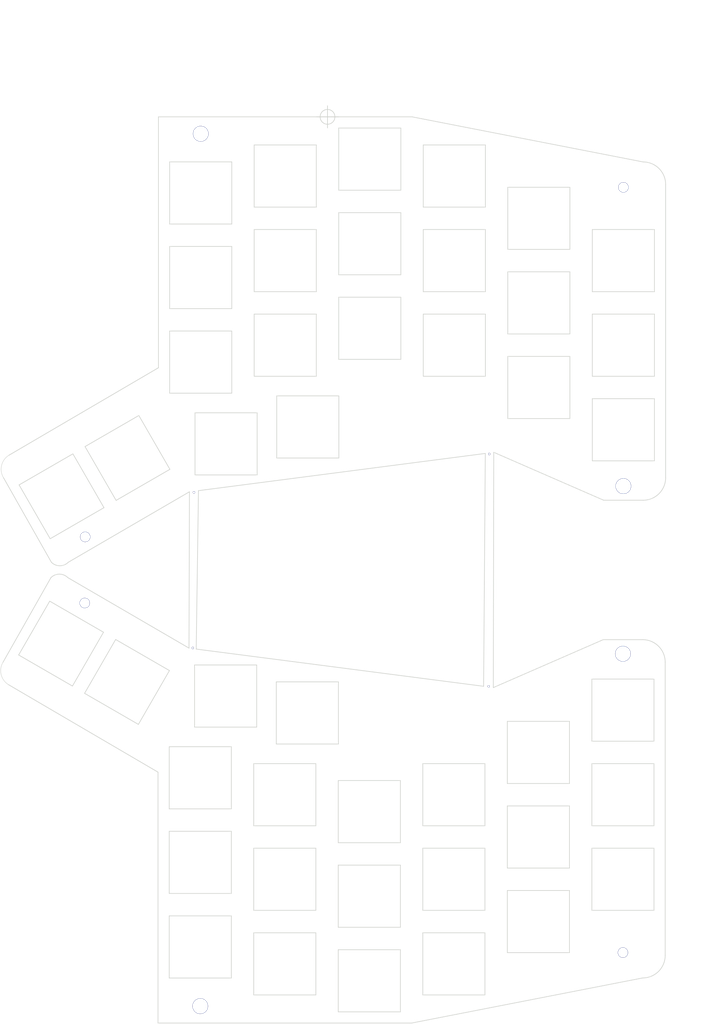
<source format=kicad_pcb>
(kicad_pcb (version 20171130) (host pcbnew 5.0.2-bee76a0~70~ubuntu18.04.1)

  (general
    (thickness 1.6)
    (drawings 37)
    (tracks 4)
    (zones 0)
    (modules 52)
    (nets 2)
  )

  (page A4)
  (layers
    (0 F.Cu signal)
    (31 B.Cu signal)
    (32 B.Adhes user)
    (33 F.Adhes user)
    (34 B.Paste user)
    (35 F.Paste user)
    (36 B.SilkS user)
    (37 F.SilkS user)
    (38 B.Mask user hide)
    (39 F.Mask user hide)
    (40 Dwgs.User user)
    (41 Cmts.User user)
    (42 Eco1.User user)
    (43 Eco2.User user)
    (44 Edge.Cuts user)
    (45 Margin user)
    (46 B.CrtYd user)
    (47 F.CrtYd user)
    (48 B.Fab user)
    (49 F.Fab user)
  )

  (setup
    (last_trace_width 0.25)
    (trace_clearance 0.2)
    (zone_clearance 0.508)
    (zone_45_only no)
    (trace_min 0.2)
    (segment_width 0.2)
    (edge_width 0.15)
    (via_size 0.8)
    (via_drill 0.4)
    (via_min_size 0.4)
    (via_min_drill 0.3)
    (uvia_size 0.3)
    (uvia_drill 0.1)
    (uvias_allowed no)
    (uvia_min_size 0.2)
    (uvia_min_drill 0.1)
    (pcb_text_width 0.3)
    (pcb_text_size 1.5 1.5)
    (mod_edge_width 0.15)
    (mod_text_size 1 1)
    (mod_text_width 0.15)
    (pad_size 3.5 3.5)
    (pad_drill 3.4)
    (pad_to_mask_clearance 0.051)
    (solder_mask_min_width 0.25)
    (aux_axis_origin 0 0)
    (grid_origin 135.255 20.955)
    (visible_elements FFFFF77F)
    (pcbplotparams
      (layerselection 0x01088_7fffffff)
      (usegerberextensions true)
      (usegerberattributes false)
      (usegerberadvancedattributes false)
      (creategerberjobfile false)
      (excludeedgelayer true)
      (linewidth 0.100000)
      (plotframeref false)
      (viasonmask false)
      (mode 1)
      (useauxorigin true)
      (hpglpennumber 1)
      (hpglpenspeed 20)
      (hpglpendiameter 15.000000)
      (psnegative false)
      (psa4output false)
      (plotreference true)
      (plotvalue true)
      (plotinvisibletext false)
      (padsonsilk false)
      (subtractmaskfromsilk false)
      (outputformat 1)
      (mirror false)
      (drillshape 0)
      (scaleselection 1)
      (outputdirectory "garber"))
  )

  (net 0 "")
  (net 1 GND)

  (net_class Default "これはデフォルトのネット クラスです。"
    (clearance 0.2)
    (trace_width 0.25)
    (via_dia 0.8)
    (via_drill 0.4)
    (uvia_dia 0.3)
    (uvia_drill 0.1)
  )

  (net_class POWER ""
    (clearance 0.2)
    (trace_width 0.4)
    (via_dia 0.8)
    (via_drill 0.4)
    (uvia_dia 0.3)
    (uvia_drill 0.1)
    (add_net GND)
  )

  (module footprints:CherryMX_edge_cuts (layer B.Cu) (tedit 5C5ED9CA) (tstamp 5CFE7A76)
    (at 201.829284 192.695853 180)
    (path /5CED7C36)
    (fp_text reference SW6 (at 7.1 -8.2 180) (layer B.SilkS) hide
      (effects (font (size 1 1) (thickness 0.15)) (justify mirror))
    )
    (fp_text value SW_PUSH (at -4.8 -8.3 180) (layer B.Fab) hide
      (effects (font (size 1 1) (thickness 0.15)) (justify mirror))
    )
    (fp_line (start 7 7) (end 7 -7) (layer Edge.Cuts) (width 0.15))
    (fp_line (start -7 7) (end 7 7) (layer Edge.Cuts) (width 0.15))
    (fp_line (start -7 -7) (end 7 -7) (layer Edge.Cuts) (width 0.15))
    (fp_line (start -7 7) (end -7 -7) (layer Edge.Cuts) (width 0.15))
    (fp_line (start -9.525 -9.525) (end -9.525 9.525) (layer Dwgs.User) (width 0.15))
    (fp_line (start 9.525 -9.525) (end -9.525 -9.525) (layer Dwgs.User) (width 0.15))
    (fp_line (start 9.525 9.525) (end 9.525 -9.525) (layer Dwgs.User) (width 0.15))
    (fp_line (start -9.525 9.525) (end 9.525 9.525) (layer Dwgs.User) (width 0.15))
  )

  (module footprints:CherryMX_edge_cuts (layer B.Cu) (tedit 5C5ED9CA) (tstamp 5CFE7A6B)
    (at 144.679284 177.455853 180)
    (path /5CED70C4)
    (fp_text reference SW15 (at 7.1 -8.2 180) (layer B.SilkS) hide
      (effects (font (size 1 1) (thickness 0.15)) (justify mirror))
    )
    (fp_text value SW_PUSH (at -4.8 -8.3 180) (layer B.Fab) hide
      (effects (font (size 1 1) (thickness 0.15)) (justify mirror))
    )
    (fp_line (start 7 7) (end 7 -7) (layer Edge.Cuts) (width 0.15))
    (fp_line (start -7 7) (end 7 7) (layer Edge.Cuts) (width 0.15))
    (fp_line (start -7 -7) (end 7 -7) (layer Edge.Cuts) (width 0.15))
    (fp_line (start -7 7) (end -7 -7) (layer Edge.Cuts) (width 0.15))
    (fp_line (start -9.525 -9.525) (end -9.525 9.525) (layer Dwgs.User) (width 0.15))
    (fp_line (start 9.525 -9.525) (end -9.525 -9.525) (layer Dwgs.User) (width 0.15))
    (fp_line (start 9.525 9.525) (end 9.525 -9.525) (layer Dwgs.User) (width 0.15))
    (fp_line (start -9.525 9.525) (end 9.525 9.525) (layer Dwgs.User) (width 0.15))
  )

  (module footprints:CherryMX_edge_cuts (layer B.Cu) (tedit 5C5ED9CA) (tstamp 5CFE7A60)
    (at 125.629284 211.745853 180)
    (path /5CED6AF0)
    (fp_text reference SW2 (at 7.1 -8.2 180) (layer B.SilkS) hide
      (effects (font (size 1 1) (thickness 0.15)) (justify mirror))
    )
    (fp_text value SW_PUSH (at -4.8 -8.3 180) (layer B.Fab) hide
      (effects (font (size 1 1) (thickness 0.15)) (justify mirror))
    )
    (fp_line (start 7 7) (end 7 -7) (layer Edge.Cuts) (width 0.15))
    (fp_line (start -7 7) (end 7 7) (layer Edge.Cuts) (width 0.15))
    (fp_line (start -7 -7) (end 7 -7) (layer Edge.Cuts) (width 0.15))
    (fp_line (start -7 7) (end -7 -7) (layer Edge.Cuts) (width 0.15))
    (fp_line (start -9.525 -9.525) (end -9.525 9.525) (layer Dwgs.User) (width 0.15))
    (fp_line (start 9.525 -9.525) (end -9.525 -9.525) (layer Dwgs.User) (width 0.15))
    (fp_line (start 9.525 9.525) (end 9.525 -9.525) (layer Dwgs.User) (width 0.15))
    (fp_line (start -9.525 9.525) (end 9.525 9.525) (layer Dwgs.User) (width 0.15))
  )

  (module footprints:CherryMX_edge_cuts (layer F.Cu) (tedit 5C5ED9CA) (tstamp 5CFE7A54)
    (at 144.679284 196.505853 180)
    (path /5CED70B6)
    (fp_text reference SW9 (at 7.1 8.2 180) (layer F.SilkS) hide
      (effects (font (size 1 1) (thickness 0.15)))
    )
    (fp_text value SW_PUSH (at -4.8 8.3 180) (layer F.Fab) hide
      (effects (font (size 1 1) (thickness 0.15)))
    )
    (fp_line (start 7 -7) (end 7 7) (layer Edge.Cuts) (width 0.15))
    (fp_line (start -7 -7) (end 7 -7) (layer Edge.Cuts) (width 0.15))
    (fp_line (start -7 7) (end 7 7) (layer Edge.Cuts) (width 0.15))
    (fp_line (start -7 -7) (end -7 7) (layer Edge.Cuts) (width 0.15))
    (fp_line (start -9.525 9.525) (end -9.525 -9.525) (layer Dwgs.User) (width 0.15))
    (fp_line (start 9.525 9.525) (end -9.525 9.525) (layer Dwgs.User) (width 0.15))
    (fp_line (start 9.525 -9.525) (end 9.525 9.525) (layer Dwgs.User) (width 0.15))
    (fp_line (start -9.525 -9.525) (end 9.525 -9.525) (layer Dwgs.User) (width 0.15))
  )

  (module footprints:CherryMX_edge_cuts (layer B.Cu) (tedit 5C5ED9CA) (tstamp 5CFE7A49)
    (at 106.579284 169.835853 180)
    (path /5CED6479)
    (fp_text reference SW13 (at 7.1 -8.2 180) (layer B.SilkS) hide
      (effects (font (size 1 1) (thickness 0.15)) (justify mirror))
    )
    (fp_text value SW_PUSH (at -4.8 -8.3 180) (layer B.Fab) hide
      (effects (font (size 1 1) (thickness 0.15)) (justify mirror))
    )
    (fp_line (start 7 7) (end 7 -7) (layer Edge.Cuts) (width 0.15))
    (fp_line (start -7 7) (end 7 7) (layer Edge.Cuts) (width 0.15))
    (fp_line (start -7 -7) (end 7 -7) (layer Edge.Cuts) (width 0.15))
    (fp_line (start -7 7) (end -7 -7) (layer Edge.Cuts) (width 0.15))
    (fp_line (start -9.525 -9.525) (end -9.525 9.525) (layer Dwgs.User) (width 0.15))
    (fp_line (start 9.525 -9.525) (end -9.525 -9.525) (layer Dwgs.User) (width 0.15))
    (fp_line (start 9.525 9.525) (end 9.525 -9.525) (layer Dwgs.User) (width 0.15))
    (fp_line (start -9.525 9.525) (end 9.525 9.525) (layer Dwgs.User) (width 0.15))
  )

  (module keebio_parts:SolidCopper (layer B.Cu) (tedit 5CFE5ADE) (tstamp 5CFE7A43)
    (at 201.829284 209.205853)
    (descr "Mounting Hole 2.2mm, M2")
    (tags "mounting hole 2.2mm m2")
    (fp_text reference Ref2 (at 0 3.2) (layer B.SilkS) hide
      (effects (font (size 1 1) (thickness 0.15)) (justify mirror))
    )
    (fp_text value Val** (at 0 -3.2) (layer B.Fab)
      (effects (font (size 1 1) (thickness 0.15)) (justify mirror))
    )
    (fp_circle (center 0 0) (end 2.2 0) (layer Cmts.User) (width 0.15))
    (fp_circle (center 0 0) (end 2.45 0) (layer B.CrtYd) (width 0.05))
    (pad 1 thru_hole circle (at 0 0) (size 2.3 2.3) (drill 2.2) (layers *.Cu *.Mask))
  )

  (module kbd:HOLE (layer B.Cu) (tedit 5CFE5B05) (tstamp 5CFE7A3C)
    (at 201.829284 141.895853)
    (descr "Mounting Hole 2.2mm, no annular, M2")
    (tags "mounting hole 2.2mm no annular m2")
    (attr virtual)
    (fp_text reference Ref5 (at 0 3.2) (layer B.Fab)
      (effects (font (size 1 1) (thickness 0.15)) (justify mirror))
    )
    (fp_text value Val** (at 0 -3.2) (layer B.Fab)
      (effects (font (size 1 1) (thickness 0.15)) (justify mirror))
    )
    (fp_circle (center 0 0) (end 2.45 0) (layer B.CrtYd) (width 0.05))
    (fp_circle (center 0 0) (end 2.2 0) (layer Cmts.User) (width 0.15))
    (fp_text user %R (at 0.3 0) (layer B.Fab)
      (effects (font (size 1 1) (thickness 0.15)) (justify mirror))
    )
    (pad "" thru_hole circle (at 0 0) (size 3.5 3.5) (drill 3.4) (layers *.Cu *.Mask))
  )

  (module kbd:HOLE (layer B.Cu) (tedit 5CFE5B20) (tstamp 5CFE7A35)
    (at 106.579284 221.270853)
    (descr "Mounting Hole 2.2mm, no annular, M2")
    (tags "mounting hole 2.2mm no annular m2")
    (attr virtual)
    (fp_text reference Ref1 (at 0 3.2) (layer B.Fab)
      (effects (font (size 1 1) (thickness 0.15)) (justify mirror))
    )
    (fp_text value Val** (at 0 -3.2) (layer B.Fab)
      (effects (font (size 1 1) (thickness 0.15)) (justify mirror))
    )
    (fp_circle (center 0 0) (end 2.45 0) (layer B.CrtYd) (width 0.05))
    (fp_circle (center 0 0) (end 2.2 0) (layer Cmts.User) (width 0.15))
    (fp_text user %R (at 0.3 0) (layer B.Fab)
      (effects (font (size 1 1) (thickness 0.15)) (justify mirror))
    )
    (pad "" thru_hole circle (at 0 0) (size 3.5 3.5) (drill 3.4) (layers *.Cu *.Mask))
  )

  (module keebio_parts:SolidCopper (layer B.Cu) (tedit 5CFE5AC1) (tstamp 5CFE7A2F)
    (at 80.544284 130.465853)
    (descr "Mounting Hole 2.2mm, M2")
    (tags "mounting hole 2.2mm m2")
    (fp_text reference Ref3 (at 0 3.2) (layer B.SilkS) hide
      (effects (font (size 1 1) (thickness 0.15)) (justify mirror))
    )
    (fp_text value Val** (at 0 -3.2) (layer B.Fab)
      (effects (font (size 1 1) (thickness 0.15)) (justify mirror))
    )
    (fp_circle (center 0 0) (end 2.2 0) (layer Cmts.User) (width 0.15))
    (fp_circle (center 0 0) (end 2.45 0) (layer B.CrtYd) (width 0.05))
    (pad 1 thru_hole circle (at 0 0) (size 2.3 2.3) (drill 2.2) (layers *.Cu *.Mask))
  )

  (module footprints:CherryMX_edge_cuts (layer B.Cu) (tedit 5C5ED9CA) (tstamp 5CFE7A24)
    (at 201.829284 154.595853 180)
    (path /5CED7C52)
    (fp_text reference SW18 (at 7.1 -8.2 180) (layer B.SilkS) hide
      (effects (font (size 1 1) (thickness 0.15)) (justify mirror))
    )
    (fp_text value SW_PUSH (at -4.8 -8.3 180) (layer B.Fab) hide
      (effects (font (size 1 1) (thickness 0.15)) (justify mirror))
    )
    (fp_line (start 7 7) (end 7 -7) (layer Edge.Cuts) (width 0.15))
    (fp_line (start -7 7) (end 7 7) (layer Edge.Cuts) (width 0.15))
    (fp_line (start -7 -7) (end 7 -7) (layer Edge.Cuts) (width 0.15))
    (fp_line (start -7 7) (end -7 -7) (layer Edge.Cuts) (width 0.15))
    (fp_line (start -9.525 -9.525) (end -9.525 9.525) (layer Dwgs.User) (width 0.15))
    (fp_line (start 9.525 -9.525) (end -9.525 -9.525) (layer Dwgs.User) (width 0.15))
    (fp_line (start 9.525 9.525) (end 9.525 -9.525) (layer Dwgs.User) (width 0.15))
    (fp_line (start -9.525 9.525) (end 9.525 9.525) (layer Dwgs.User) (width 0.15))
  )

  (module footprints:CherryMX_edge_cuts (layer B.Cu) (tedit 5C5ED9CA) (tstamp 5CFE7A19)
    (at 201.829284 173.645853 180)
    (path /5CED7C44)
    (fp_text reference SW12 (at 7.1 -8.2 180) (layer B.SilkS) hide
      (effects (font (size 1 1) (thickness 0.15)) (justify mirror))
    )
    (fp_text value SW_PUSH (at -4.8 -8.3 180) (layer B.Fab) hide
      (effects (font (size 1 1) (thickness 0.15)) (justify mirror))
    )
    (fp_line (start 7 7) (end 7 -7) (layer Edge.Cuts) (width 0.15))
    (fp_line (start -7 7) (end 7 7) (layer Edge.Cuts) (width 0.15))
    (fp_line (start -7 -7) (end 7 -7) (layer Edge.Cuts) (width 0.15))
    (fp_line (start -7 7) (end -7 -7) (layer Edge.Cuts) (width 0.15))
    (fp_line (start -9.525 -9.525) (end -9.525 9.525) (layer Dwgs.User) (width 0.15))
    (fp_line (start 9.525 -9.525) (end -9.525 -9.525) (layer Dwgs.User) (width 0.15))
    (fp_line (start 9.525 9.525) (end 9.525 -9.525) (layer Dwgs.User) (width 0.15))
    (fp_line (start -9.525 9.525) (end 9.525 9.525) (layer Dwgs.User) (width 0.15))
  )

  (module footprints:CherryMX_edge_cuts (layer B.Cu) (tedit 5C5ED9CA) (tstamp 5CFE7A0E)
    (at 163.729284 173.645853 180)
    (path /5CED7BE2)
    (fp_text reference SW16 (at 7.1 -8.2 180) (layer B.SilkS) hide
      (effects (font (size 1 1) (thickness 0.15)) (justify mirror))
    )
    (fp_text value SW_PUSH (at -4.8 -8.3 180) (layer B.Fab) hide
      (effects (font (size 1 1) (thickness 0.15)) (justify mirror))
    )
    (fp_line (start 7 7) (end 7 -7) (layer Edge.Cuts) (width 0.15))
    (fp_line (start -7 7) (end 7 7) (layer Edge.Cuts) (width 0.15))
    (fp_line (start -7 -7) (end 7 -7) (layer Edge.Cuts) (width 0.15))
    (fp_line (start -7 7) (end -7 -7) (layer Edge.Cuts) (width 0.15))
    (fp_line (start -9.525 -9.525) (end -9.525 9.525) (layer Dwgs.User) (width 0.15))
    (fp_line (start 9.525 -9.525) (end -9.525 -9.525) (layer Dwgs.User) (width 0.15))
    (fp_line (start 9.525 9.525) (end 9.525 -9.525) (layer Dwgs.User) (width 0.15))
    (fp_line (start -9.525 9.525) (end 9.525 9.525) (layer Dwgs.User) (width 0.15))
  )

  (module footprints:CherryMX_edge_cuts (layer B.Cu) (tedit 5C5ED9CA) (tstamp 5CFE7A03)
    (at 125.629284 192.695853 180)
    (path /5CED6AFE)
    (fp_text reference SW8 (at 7.1 -8.2 180) (layer B.SilkS) hide
      (effects (font (size 1 1) (thickness 0.15)) (justify mirror))
    )
    (fp_text value SW_PUSH (at -4.8 -8.3 180) (layer B.Fab) hide
      (effects (font (size 1 1) (thickness 0.15)) (justify mirror))
    )
    (fp_line (start 7 7) (end 7 -7) (layer Edge.Cuts) (width 0.15))
    (fp_line (start -7 7) (end 7 7) (layer Edge.Cuts) (width 0.15))
    (fp_line (start -7 -7) (end 7 -7) (layer Edge.Cuts) (width 0.15))
    (fp_line (start -7 7) (end -7 -7) (layer Edge.Cuts) (width 0.15))
    (fp_line (start -9.525 -9.525) (end -9.525 9.525) (layer Dwgs.User) (width 0.15))
    (fp_line (start 9.525 -9.525) (end -9.525 -9.525) (layer Dwgs.User) (width 0.15))
    (fp_line (start 9.525 9.525) (end 9.525 -9.525) (layer Dwgs.User) (width 0.15))
    (fp_line (start -9.525 9.525) (end 9.525 9.525) (layer Dwgs.User) (width 0.15))
  )

  (module footprints:CherryMX_edge_cuts (layer B.Cu) (tedit 5C5ED9CA) (tstamp 5CFE79F8)
    (at 144.679284 215.555853 180)
    (path /5CED70A8)
    (fp_text reference SW3 (at 7.1 -8.2 180) (layer B.SilkS) hide
      (effects (font (size 1 1) (thickness 0.15)) (justify mirror))
    )
    (fp_text value SW_PUSH (at -4.8 -8.3 180) (layer B.Fab) hide
      (effects (font (size 1 1) (thickness 0.15)) (justify mirror))
    )
    (fp_line (start 7 7) (end 7 -7) (layer Edge.Cuts) (width 0.15))
    (fp_line (start -7 7) (end 7 7) (layer Edge.Cuts) (width 0.15))
    (fp_line (start -7 -7) (end 7 -7) (layer Edge.Cuts) (width 0.15))
    (fp_line (start -7 7) (end -7 -7) (layer Edge.Cuts) (width 0.15))
    (fp_line (start -9.525 -9.525) (end -9.525 9.525) (layer Dwgs.User) (width 0.15))
    (fp_line (start 9.525 -9.525) (end -9.525 -9.525) (layer Dwgs.User) (width 0.15))
    (fp_line (start 9.525 9.525) (end 9.525 -9.525) (layer Dwgs.User) (width 0.15))
    (fp_line (start -9.525 9.525) (end 9.525 9.525) (layer Dwgs.User) (width 0.15))
  )

  (module footprints:CherryMX_edge_cuts (layer B.Cu) (tedit 5C5ED9CA) (tstamp 5CFE79ED)
    (at 125.629284 173.645853 180)
    (path /5CED6B0C)
    (fp_text reference SW14 (at 7.1 -8.2 180) (layer B.SilkS) hide
      (effects (font (size 1 1) (thickness 0.15)) (justify mirror))
    )
    (fp_text value SW_PUSH (at -4.8 -8.3 180) (layer B.Fab) hide
      (effects (font (size 1 1) (thickness 0.15)) (justify mirror))
    )
    (fp_line (start 7 7) (end 7 -7) (layer Edge.Cuts) (width 0.15))
    (fp_line (start -7 7) (end 7 7) (layer Edge.Cuts) (width 0.15))
    (fp_line (start -7 -7) (end 7 -7) (layer Edge.Cuts) (width 0.15))
    (fp_line (start -7 7) (end -7 -7) (layer Edge.Cuts) (width 0.15))
    (fp_line (start -9.525 -9.525) (end -9.525 9.525) (layer Dwgs.User) (width 0.15))
    (fp_line (start 9.525 -9.525) (end -9.525 -9.525) (layer Dwgs.User) (width 0.15))
    (fp_line (start 9.525 9.525) (end 9.525 -9.525) (layer Dwgs.User) (width 0.15))
    (fp_line (start -9.525 9.525) (end 9.525 9.525) (layer Dwgs.User) (width 0.15))
  )

  (module footprints:CherryMX_edge_cuts (layer B.Cu) (tedit 5C5ED9CA) (tstamp 5CFE79E2)
    (at 163.729284 192.695853 180)
    (path /5CED7BD4)
    (fp_text reference SW10 (at 7.1 -8.2 180) (layer B.SilkS) hide
      (effects (font (size 1 1) (thickness 0.15)) (justify mirror))
    )
    (fp_text value SW_PUSH (at -4.8 -8.3 180) (layer B.Fab) hide
      (effects (font (size 1 1) (thickness 0.15)) (justify mirror))
    )
    (fp_line (start 7 7) (end 7 -7) (layer Edge.Cuts) (width 0.15))
    (fp_line (start -7 7) (end 7 7) (layer Edge.Cuts) (width 0.15))
    (fp_line (start -7 -7) (end 7 -7) (layer Edge.Cuts) (width 0.15))
    (fp_line (start -7 7) (end -7 -7) (layer Edge.Cuts) (width 0.15))
    (fp_line (start -9.525 -9.525) (end -9.525 9.525) (layer Dwgs.User) (width 0.15))
    (fp_line (start 9.525 -9.525) (end -9.525 -9.525) (layer Dwgs.User) (width 0.15))
    (fp_line (start 9.525 9.525) (end 9.525 -9.525) (layer Dwgs.User) (width 0.15))
    (fp_line (start -9.525 9.525) (end 9.525 9.525) (layer Dwgs.User) (width 0.15))
  )

  (module footprints:CherryMX_edge_cuts (layer B.Cu) (tedit 5C5ED9CA) (tstamp 5CFE79D7)
    (at 182.779284 202.220853 180)
    (path /5CED7BFE)
    (fp_text reference SW5 (at 7.1 -8.2 180) (layer B.SilkS) hide
      (effects (font (size 1 1) (thickness 0.15)) (justify mirror))
    )
    (fp_text value SW_PUSH (at -4.8 -8.3 180) (layer B.Fab) hide
      (effects (font (size 1 1) (thickness 0.15)) (justify mirror))
    )
    (fp_line (start 7 7) (end 7 -7) (layer Edge.Cuts) (width 0.15))
    (fp_line (start -7 7) (end 7 7) (layer Edge.Cuts) (width 0.15))
    (fp_line (start -7 -7) (end 7 -7) (layer Edge.Cuts) (width 0.15))
    (fp_line (start -7 7) (end -7 -7) (layer Edge.Cuts) (width 0.15))
    (fp_line (start -9.525 -9.525) (end -9.525 9.525) (layer Dwgs.User) (width 0.15))
    (fp_line (start 9.525 -9.525) (end -9.525 -9.525) (layer Dwgs.User) (width 0.15))
    (fp_line (start 9.525 9.525) (end 9.525 -9.525) (layer Dwgs.User) (width 0.15))
    (fp_line (start -9.525 9.525) (end 9.525 9.525) (layer Dwgs.User) (width 0.15))
  )

  (module footprints:CherryMX_edge_cuts (layer B.Cu) (tedit 5C5ED9CA) (tstamp 5CFE79CC)
    (at 163.729284 211.745853 180)
    (path /5CED7BC6)
    (fp_text reference SW4 (at 7.1 -8.2 180) (layer B.SilkS) hide
      (effects (font (size 1 1) (thickness 0.15)) (justify mirror))
    )
    (fp_text value SW_PUSH (at -4.8 -8.3 180) (layer B.Fab) hide
      (effects (font (size 1 1) (thickness 0.15)) (justify mirror))
    )
    (fp_line (start 7 7) (end 7 -7) (layer Edge.Cuts) (width 0.15))
    (fp_line (start -7 7) (end 7 7) (layer Edge.Cuts) (width 0.15))
    (fp_line (start -7 -7) (end 7 -7) (layer Edge.Cuts) (width 0.15))
    (fp_line (start -7 7) (end -7 -7) (layer Edge.Cuts) (width 0.15))
    (fp_line (start -9.525 -9.525) (end -9.525 9.525) (layer Dwgs.User) (width 0.15))
    (fp_line (start 9.525 -9.525) (end -9.525 -9.525) (layer Dwgs.User) (width 0.15))
    (fp_line (start 9.525 9.525) (end 9.525 -9.525) (layer Dwgs.User) (width 0.15))
    (fp_line (start -9.525 9.525) (end 9.525 9.525) (layer Dwgs.User) (width 0.15))
  )

  (module footprints:CherryMX_edge_cuts (layer B.Cu) (tedit 5C5ED9CA) (tstamp 5CFE79C1)
    (at 182.779284 164.120853 180)
    (path /5CED7C1A)
    (fp_text reference SW17 (at 7.1 -8.2 180) (layer B.SilkS) hide
      (effects (font (size 1 1) (thickness 0.15)) (justify mirror))
    )
    (fp_text value SW_PUSH (at -4.8 -8.3 180) (layer B.Fab) hide
      (effects (font (size 1 1) (thickness 0.15)) (justify mirror))
    )
    (fp_line (start 7 7) (end 7 -7) (layer Edge.Cuts) (width 0.15))
    (fp_line (start -7 7) (end 7 7) (layer Edge.Cuts) (width 0.15))
    (fp_line (start -7 -7) (end 7 -7) (layer Edge.Cuts) (width 0.15))
    (fp_line (start -7 7) (end -7 -7) (layer Edge.Cuts) (width 0.15))
    (fp_line (start -9.525 -9.525) (end -9.525 9.525) (layer Dwgs.User) (width 0.15))
    (fp_line (start 9.525 -9.525) (end -9.525 -9.525) (layer Dwgs.User) (width 0.15))
    (fp_line (start 9.525 9.525) (end 9.525 -9.525) (layer Dwgs.User) (width 0.15))
    (fp_line (start -9.525 9.525) (end 9.525 9.525) (layer Dwgs.User) (width 0.15))
  )

  (module footprints:CherryMX_edge_cuts (layer B.Cu) (tedit 5C5ED9CA) (tstamp 5CFE79B5)
    (at 182.779284 183.170853 180)
    (path /5CED7C0C)
    (fp_text reference SW11 (at 7.1 -8.2 180) (layer B.SilkS) hide
      (effects (font (size 1 1) (thickness 0.15)) (justify mirror))
    )
    (fp_text value SW_PUSH (at -4.8 -8.3 180) (layer B.Fab) hide
      (effects (font (size 1 1) (thickness 0.15)) (justify mirror))
    )
    (fp_line (start 7 7) (end 7 -7) (layer Edge.Cuts) (width 0.15))
    (fp_line (start -7 7) (end 7 7) (layer Edge.Cuts) (width 0.15))
    (fp_line (start -7 -7) (end 7 -7) (layer Edge.Cuts) (width 0.15))
    (fp_line (start -7 7) (end -7 -7) (layer Edge.Cuts) (width 0.15))
    (fp_line (start -9.525 -9.525) (end -9.525 9.525) (layer Dwgs.User) (width 0.15))
    (fp_line (start 9.525 -9.525) (end -9.525 -9.525) (layer Dwgs.User) (width 0.15))
    (fp_line (start 9.525 9.525) (end 9.525 -9.525) (layer Dwgs.User) (width 0.15))
    (fp_line (start -9.525 9.525) (end 9.525 9.525) (layer Dwgs.User) (width 0.15))
  )

  (module footprints:CherryMX_edge_cuts (layer B.Cu) (tedit 5C5ED9CA) (tstamp 5CFE79AA)
    (at 106.579284 188.885853 180)
    (path /5CED63E7)
    (fp_text reference SW7 (at 7.1 -8.2 180) (layer B.SilkS) hide
      (effects (font (size 1 1) (thickness 0.15)) (justify mirror))
    )
    (fp_text value SW_PUSH (at -4.8 -8.3 180) (layer B.Fab) hide
      (effects (font (size 1 1) (thickness 0.15)) (justify mirror))
    )
    (fp_line (start 7 7) (end 7 -7) (layer Edge.Cuts) (width 0.15))
    (fp_line (start -7 7) (end 7 7) (layer Edge.Cuts) (width 0.15))
    (fp_line (start -7 -7) (end 7 -7) (layer Edge.Cuts) (width 0.15))
    (fp_line (start -7 7) (end -7 -7) (layer Edge.Cuts) (width 0.15))
    (fp_line (start -9.525 -9.525) (end -9.525 9.525) (layer Dwgs.User) (width 0.15))
    (fp_line (start 9.525 -9.525) (end -9.525 -9.525) (layer Dwgs.User) (width 0.15))
    (fp_line (start 9.525 9.525) (end 9.525 -9.525) (layer Dwgs.User) (width 0.15))
    (fp_line (start -9.525 9.525) (end 9.525 9.525) (layer Dwgs.User) (width 0.15))
  )

  (module footprints:CherryMX_edge_cuts (layer B.Cu) (tedit 5C5ED9CA) (tstamp 5CFE7992)
    (at 112.294284 151.420853 180)
    (path /5CED70D2)
    (fp_text reference SW21 (at 7.1 -8.2 180) (layer B.SilkS) hide
      (effects (font (size 1 1) (thickness 0.15)) (justify mirror))
    )
    (fp_text value SW_PUSH (at -4.8 -8.3 180) (layer B.Fab) hide
      (effects (font (size 1 1) (thickness 0.15)) (justify mirror))
    )
    (fp_line (start 7 7) (end 7 -7) (layer Edge.Cuts) (width 0.15))
    (fp_line (start -7 7) (end 7 7) (layer Edge.Cuts) (width 0.15))
    (fp_line (start -7 -7) (end 7 -7) (layer Edge.Cuts) (width 0.15))
    (fp_line (start -7 7) (end -7 -7) (layer Edge.Cuts) (width 0.15))
    (fp_line (start -9.525 -9.525) (end -9.525 9.525) (layer Dwgs.User) (width 0.15))
    (fp_line (start 9.525 -9.525) (end -9.525 -9.525) (layer Dwgs.User) (width 0.15))
    (fp_line (start 9.525 9.525) (end 9.525 -9.525) (layer Dwgs.User) (width 0.15))
    (fp_line (start -9.525 9.525) (end 9.525 9.525) (layer Dwgs.User) (width 0.15))
  )

  (module footprints:CherryMX_edge_cuts (layer B.Cu) (tedit 5C5ED9CA) (tstamp 5CFE7987)
    (at 130.709284 155.230853 180)
    (path /5CED7BF0)
    (fp_text reference SW22 (at 7.1 -8.2 180) (layer B.SilkS) hide
      (effects (font (size 1 1) (thickness 0.15)) (justify mirror))
    )
    (fp_text value SW_PUSH (at -4.8 -8.3 180) (layer B.Fab) hide
      (effects (font (size 1 1) (thickness 0.15)) (justify mirror))
    )
    (fp_line (start 7 7) (end 7 -7) (layer Edge.Cuts) (width 0.15))
    (fp_line (start -7 7) (end 7 7) (layer Edge.Cuts) (width 0.15))
    (fp_line (start -7 -7) (end 7 -7) (layer Edge.Cuts) (width 0.15))
    (fp_line (start -7 7) (end -7 -7) (layer Edge.Cuts) (width 0.15))
    (fp_line (start -9.525 -9.525) (end -9.525 9.525) (layer Dwgs.User) (width 0.15))
    (fp_line (start 9.525 -9.525) (end -9.525 -9.525) (layer Dwgs.User) (width 0.15))
    (fp_line (start 9.525 9.525) (end 9.525 -9.525) (layer Dwgs.User) (width 0.15))
    (fp_line (start -9.525 9.525) (end 9.525 9.525) (layer Dwgs.User) (width 0.15))
  )

  (module footprints:CherryMX_edge_cuts (layer B.Cu) (tedit 5C5ED9CA) (tstamp 5CFE797B)
    (at 90.069284 148.245853 240)
    (path /5CED6B1A)
    (fp_text reference SW20 (at 7.1 -8.2 240) (layer B.SilkS) hide
      (effects (font (size 1 1) (thickness 0.15)) (justify mirror))
    )
    (fp_text value SW_PUSH (at -4.8 -8.3 240) (layer B.Fab) hide
      (effects (font (size 1 1) (thickness 0.15)) (justify mirror))
    )
    (fp_line (start 7 7) (end 7 -7) (layer Edge.Cuts) (width 0.15))
    (fp_line (start -7 7) (end 7 7) (layer Edge.Cuts) (width 0.15))
    (fp_line (start -7 -7) (end 7 -7) (layer Edge.Cuts) (width 0.15))
    (fp_line (start -7 7) (end -7 -7) (layer Edge.Cuts) (width 0.15))
    (fp_line (start -9.525 -9.525) (end -9.525 9.525) (layer Dwgs.User) (width 0.15))
    (fp_line (start 9.525 -9.525) (end -9.525 -9.525) (layer Dwgs.User) (width 0.15))
    (fp_line (start 9.525 9.525) (end 9.525 -9.525) (layer Dwgs.User) (width 0.15))
    (fp_line (start -9.525 9.525) (end 9.525 9.525) (layer Dwgs.User) (width 0.15))
  )

  (module footprints:CherryMX_edge_cuts (layer B.Cu) (tedit 5C5ED9CA) (tstamp 5CFE7970)
    (at 75.210284 139.609853 240)
    (path /5CED66AF)
    (fp_text reference SW19 (at 7.1 -8.2 240) (layer B.SilkS) hide
      (effects (font (size 1 1) (thickness 0.15)) (justify mirror))
    )
    (fp_text value SW_PUSH (at -4.8 -8.3 240) (layer B.Fab) hide
      (effects (font (size 1 1) (thickness 0.15)) (justify mirror))
    )
    (fp_line (start 7 7) (end 7 -7) (layer Edge.Cuts) (width 0.15))
    (fp_line (start -7 7) (end 7 7) (layer Edge.Cuts) (width 0.15))
    (fp_line (start -7 -7) (end 7 -7) (layer Edge.Cuts) (width 0.15))
    (fp_line (start -7 7) (end -7 -7) (layer Edge.Cuts) (width 0.15))
    (fp_line (start -9.525 -9.525) (end -9.525 9.525) (layer Dwgs.User) (width 0.15))
    (fp_line (start 9.525 -9.525) (end -9.525 -9.525) (layer Dwgs.User) (width 0.15))
    (fp_line (start 9.525 9.525) (end 9.525 -9.525) (layer Dwgs.User) (width 0.15))
    (fp_line (start -9.525 9.525) (end 9.525 9.525) (layer Dwgs.User) (width 0.15))
  )

  (module footprints:CherryMX_edge_cuts (layer B.Cu) (tedit 5C5ED9CA) (tstamp 5CFE7962)
    (at 106.579284 207.935853 180)
    (path /5CED6234)
    (fp_text reference SW1 (at 7.1 -8.2 180) (layer B.SilkS) hide
      (effects (font (size 1 1) (thickness 0.15)) (justify mirror))
    )
    (fp_text value SW_PUSH (at -4.8 -8.3 180) (layer B.Fab) hide
      (effects (font (size 1 1) (thickness 0.15)) (justify mirror))
    )
    (fp_line (start 7 7) (end 7 -7) (layer Edge.Cuts) (width 0.15))
    (fp_line (start -7 7) (end 7 7) (layer Edge.Cuts) (width 0.15))
    (fp_line (start -7 -7) (end 7 -7) (layer Edge.Cuts) (width 0.15))
    (fp_line (start -7 7) (end -7 -7) (layer Edge.Cuts) (width 0.15))
    (fp_line (start -9.525 -9.525) (end -9.525 9.525) (layer Dwgs.User) (width 0.15))
    (fp_line (start 9.525 -9.525) (end -9.525 -9.525) (layer Dwgs.User) (width 0.15))
    (fp_line (start 9.525 9.525) (end 9.525 -9.525) (layer Dwgs.User) (width 0.15))
    (fp_line (start -9.525 9.525) (end 9.525 9.525) (layer Dwgs.User) (width 0.15))
  )

  (module keebio_parts:SolidCopper (layer F.Cu) (tedit 5CFE5ADE) (tstamp 5CEEBC53)
    (at 201.93 36.83)
    (descr "Mounting Hole 2.2mm, M2")
    (tags "mounting hole 2.2mm m2")
    (fp_text reference Ref2 (at 0 -3.2) (layer F.SilkS) hide
      (effects (font (size 1 1) (thickness 0.15)))
    )
    (fp_text value Val** (at 0 3.2) (layer F.Fab)
      (effects (font (size 1 1) (thickness 0.15)))
    )
    (fp_circle (center 0 0) (end 2.45 0) (layer F.CrtYd) (width 0.05))
    (fp_circle (center 0 0) (end 2.2 0) (layer Cmts.User) (width 0.15))
    (pad 1 thru_hole circle (at 0 0) (size 2.3 2.3) (drill 2.2) (layers *.Cu *.Mask)
      (net 1 GND))
  )

  (module keebio_parts:SolidCopper (layer F.Cu) (tedit 5CFE5AC1) (tstamp 5CEEC9B6)
    (at 80.645 115.57)
    (descr "Mounting Hole 2.2mm, M2")
    (tags "mounting hole 2.2mm m2")
    (fp_text reference Ref3 (at 0 -3.2) (layer F.SilkS) hide
      (effects (font (size 1 1) (thickness 0.15)))
    )
    (fp_text value Val** (at 0 3.2) (layer F.Fab)
      (effects (font (size 1 1) (thickness 0.15)))
    )
    (fp_circle (center 0 0) (end 2.45 0) (layer F.CrtYd) (width 0.05))
    (fp_circle (center 0 0) (end 2.2 0) (layer Cmts.User) (width 0.15))
    (pad 1 thru_hole circle (at 0 0) (size 2.3 2.3) (drill 2.2) (layers *.Cu *.Mask)
      (net 1 GND))
  )

  (module footprints:CherryMX_edge_cuts (layer F.Cu) (tedit 5C5ED9CA) (tstamp 5CEED845)
    (at 112.395 94.615 180)
    (path /5CED70D2)
    (fp_text reference SW21 (at 7.1 8.2 180) (layer F.SilkS) hide
      (effects (font (size 1 1) (thickness 0.15)))
    )
    (fp_text value SW_PUSH (at -4.8 8.3 180) (layer F.Fab) hide
      (effects (font (size 1 1) (thickness 0.15)))
    )
    (fp_line (start -9.525 -9.525) (end 9.525 -9.525) (layer Dwgs.User) (width 0.15))
    (fp_line (start 9.525 -9.525) (end 9.525 9.525) (layer Dwgs.User) (width 0.15))
    (fp_line (start 9.525 9.525) (end -9.525 9.525) (layer Dwgs.User) (width 0.15))
    (fp_line (start -9.525 9.525) (end -9.525 -9.525) (layer Dwgs.User) (width 0.15))
    (fp_line (start -7 -7) (end -7 7) (layer Edge.Cuts) (width 0.15))
    (fp_line (start -7 7) (end 7 7) (layer Edge.Cuts) (width 0.15))
    (fp_line (start -7 -7) (end 7 -7) (layer Edge.Cuts) (width 0.15))
    (fp_line (start 7 -7) (end 7 7) (layer Edge.Cuts) (width 0.15))
  )

  (module footprints:CherryMX_edge_cuts (layer F.Cu) (tedit 5C5ED9CA) (tstamp 5CEED900)
    (at 130.81 90.805 180)
    (path /5CED7BF0)
    (fp_text reference SW22 (at 7.1 8.2 180) (layer F.SilkS) hide
      (effects (font (size 1 1) (thickness 0.15)))
    )
    (fp_text value SW_PUSH (at -4.8 8.3 180) (layer F.Fab) hide
      (effects (font (size 1 1) (thickness 0.15)))
    )
    (fp_line (start -9.525 -9.525) (end 9.525 -9.525) (layer Dwgs.User) (width 0.15))
    (fp_line (start 9.525 -9.525) (end 9.525 9.525) (layer Dwgs.User) (width 0.15))
    (fp_line (start 9.525 9.525) (end -9.525 9.525) (layer Dwgs.User) (width 0.15))
    (fp_line (start -9.525 9.525) (end -9.525 -9.525) (layer Dwgs.User) (width 0.15))
    (fp_line (start -7 -7) (end -7 7) (layer Edge.Cuts) (width 0.15))
    (fp_line (start -7 7) (end 7 7) (layer Edge.Cuts) (width 0.15))
    (fp_line (start -7 -7) (end 7 -7) (layer Edge.Cuts) (width 0.15))
    (fp_line (start 7 -7) (end 7 7) (layer Edge.Cuts) (width 0.15))
  )

  (module footprints:CherryMX_edge_cuts (layer F.Cu) (tedit 5C5ED9CA) (tstamp 5CEED6CF)
    (at 75.311 106.426 120)
    (path /5CED66AF)
    (fp_text reference SW19 (at 7.1 8.2 120) (layer F.SilkS) hide
      (effects (font (size 1 1) (thickness 0.15)))
    )
    (fp_text value SW_PUSH (at -4.8 8.3 120) (layer F.Fab) hide
      (effects (font (size 1 1) (thickness 0.15)))
    )
    (fp_line (start -9.525 -9.525) (end 9.525 -9.525) (layer Dwgs.User) (width 0.15))
    (fp_line (start 9.525 -9.525) (end 9.525 9.525) (layer Dwgs.User) (width 0.15))
    (fp_line (start 9.525 9.525) (end -9.525 9.525) (layer Dwgs.User) (width 0.15))
    (fp_line (start -9.525 9.525) (end -9.525 -9.525) (layer Dwgs.User) (width 0.15))
    (fp_line (start -7 -7) (end -7 7) (layer Edge.Cuts) (width 0.15))
    (fp_line (start -7 7) (end 7 7) (layer Edge.Cuts) (width 0.15))
    (fp_line (start -7 -7) (end 7 -7) (layer Edge.Cuts) (width 0.15))
    (fp_line (start 7 -7) (end 7 7) (layer Edge.Cuts) (width 0.15))
  )

  (module footprints:CherryMX_edge_cuts (layer F.Cu) (tedit 5C5ED9CA) (tstamp 5CEED78A)
    (at 90.17 97.79 120)
    (path /5CED6B1A)
    (fp_text reference SW20 (at 7.1 8.2 120) (layer F.SilkS) hide
      (effects (font (size 1 1) (thickness 0.15)))
    )
    (fp_text value SW_PUSH (at -4.8 8.3 120) (layer F.Fab) hide
      (effects (font (size 1 1) (thickness 0.15)))
    )
    (fp_line (start -9.525 -9.525) (end 9.525 -9.525) (layer Dwgs.User) (width 0.15))
    (fp_line (start 9.525 -9.525) (end 9.525 9.525) (layer Dwgs.User) (width 0.15))
    (fp_line (start 9.525 9.525) (end -9.525 9.525) (layer Dwgs.User) (width 0.15))
    (fp_line (start -9.525 9.525) (end -9.525 -9.525) (layer Dwgs.User) (width 0.15))
    (fp_line (start -7 -7) (end -7 7) (layer Edge.Cuts) (width 0.15))
    (fp_line (start -7 7) (end 7 7) (layer Edge.Cuts) (width 0.15))
    (fp_line (start -7 -7) (end 7 -7) (layer Edge.Cuts) (width 0.15))
    (fp_line (start 7 -7) (end 7 7) (layer Edge.Cuts) (width 0.15))
  )

  (module footprints:CherryMX_edge_cuts (layer F.Cu) (tedit 5C5ED9CA) (tstamp 5CED8C90)
    (at 106.68 38.1 180)
    (path /5CED6234)
    (fp_text reference SW1 (at 7.1 8.2 180) (layer F.SilkS) hide
      (effects (font (size 1 1) (thickness 0.15)))
    )
    (fp_text value SW_PUSH (at -4.8 8.3 180) (layer F.Fab) hide
      (effects (font (size 1 1) (thickness 0.15)))
    )
    (fp_line (start -9.525 -9.525) (end 9.525 -9.525) (layer Dwgs.User) (width 0.15))
    (fp_line (start 9.525 -9.525) (end 9.525 9.525) (layer Dwgs.User) (width 0.15))
    (fp_line (start 9.525 9.525) (end -9.525 9.525) (layer Dwgs.User) (width 0.15))
    (fp_line (start -9.525 9.525) (end -9.525 -9.525) (layer Dwgs.User) (width 0.15))
    (fp_line (start -7 -7) (end -7 7) (layer Edge.Cuts) (width 0.15))
    (fp_line (start -7 7) (end 7 7) (layer Edge.Cuts) (width 0.15))
    (fp_line (start -7 -7) (end 7 -7) (layer Edge.Cuts) (width 0.15))
    (fp_line (start 7 -7) (end 7 7) (layer Edge.Cuts) (width 0.15))
  )

  (module footprints:CherryMX_edge_cuts (layer F.Cu) (tedit 5C5ED9CA) (tstamp 5CED8CDD)
    (at 125.73 34.29 180)
    (path /5CED6AF0)
    (fp_text reference SW2 (at 7.1 8.2 180) (layer F.SilkS) hide
      (effects (font (size 1 1) (thickness 0.15)))
    )
    (fp_text value SW_PUSH (at -4.8 8.3 180) (layer F.Fab) hide
      (effects (font (size 1 1) (thickness 0.15)))
    )
    (fp_line (start -9.525 -9.525) (end 9.525 -9.525) (layer Dwgs.User) (width 0.15))
    (fp_line (start 9.525 -9.525) (end 9.525 9.525) (layer Dwgs.User) (width 0.15))
    (fp_line (start 9.525 9.525) (end -9.525 9.525) (layer Dwgs.User) (width 0.15))
    (fp_line (start -9.525 9.525) (end -9.525 -9.525) (layer Dwgs.User) (width 0.15))
    (fp_line (start -7 -7) (end -7 7) (layer Edge.Cuts) (width 0.15))
    (fp_line (start -7 7) (end 7 7) (layer Edge.Cuts) (width 0.15))
    (fp_line (start -7 -7) (end 7 -7) (layer Edge.Cuts) (width 0.15))
    (fp_line (start 7 -7) (end 7 7) (layer Edge.Cuts) (width 0.15))
  )

  (module footprints:CherryMX_edge_cuts (layer F.Cu) (tedit 5C5ED9CA) (tstamp 5CED8D2A)
    (at 144.78 30.48 180)
    (path /5CED70A8)
    (fp_text reference SW3 (at 7.1 8.2 180) (layer F.SilkS) hide
      (effects (font (size 1 1) (thickness 0.15)))
    )
    (fp_text value SW_PUSH (at -4.8 8.3 180) (layer F.Fab) hide
      (effects (font (size 1 1) (thickness 0.15)))
    )
    (fp_line (start -9.525 -9.525) (end 9.525 -9.525) (layer Dwgs.User) (width 0.15))
    (fp_line (start 9.525 -9.525) (end 9.525 9.525) (layer Dwgs.User) (width 0.15))
    (fp_line (start 9.525 9.525) (end -9.525 9.525) (layer Dwgs.User) (width 0.15))
    (fp_line (start -9.525 9.525) (end -9.525 -9.525) (layer Dwgs.User) (width 0.15))
    (fp_line (start -7 -7) (end -7 7) (layer Edge.Cuts) (width 0.15))
    (fp_line (start -7 7) (end 7 7) (layer Edge.Cuts) (width 0.15))
    (fp_line (start -7 -7) (end 7 -7) (layer Edge.Cuts) (width 0.15))
    (fp_line (start 7 -7) (end 7 7) (layer Edge.Cuts) (width 0.15))
  )

  (module footprints:CherryMX_edge_cuts (layer F.Cu) (tedit 5C5ED9CA) (tstamp 5CED8D77)
    (at 163.83 34.29 180)
    (path /5CED7BC6)
    (fp_text reference SW4 (at 7.1 8.2 180) (layer F.SilkS) hide
      (effects (font (size 1 1) (thickness 0.15)))
    )
    (fp_text value SW_PUSH (at -4.8 8.3 180) (layer F.Fab) hide
      (effects (font (size 1 1) (thickness 0.15)))
    )
    (fp_line (start -9.525 -9.525) (end 9.525 -9.525) (layer Dwgs.User) (width 0.15))
    (fp_line (start 9.525 -9.525) (end 9.525 9.525) (layer Dwgs.User) (width 0.15))
    (fp_line (start 9.525 9.525) (end -9.525 9.525) (layer Dwgs.User) (width 0.15))
    (fp_line (start -9.525 9.525) (end -9.525 -9.525) (layer Dwgs.User) (width 0.15))
    (fp_line (start -7 -7) (end -7 7) (layer Edge.Cuts) (width 0.15))
    (fp_line (start -7 7) (end 7 7) (layer Edge.Cuts) (width 0.15))
    (fp_line (start -7 -7) (end 7 -7) (layer Edge.Cuts) (width 0.15))
    (fp_line (start 7 -7) (end 7 7) (layer Edge.Cuts) (width 0.15))
  )

  (module footprints:CherryMX_edge_cuts (layer F.Cu) (tedit 5C5ED9CA) (tstamp 5CED8DC4)
    (at 182.88 43.815 180)
    (path /5CED7BFE)
    (fp_text reference SW5 (at 7.1 8.2 180) (layer F.SilkS) hide
      (effects (font (size 1 1) (thickness 0.15)))
    )
    (fp_text value SW_PUSH (at -4.8 8.3 180) (layer F.Fab) hide
      (effects (font (size 1 1) (thickness 0.15)))
    )
    (fp_line (start -9.525 -9.525) (end 9.525 -9.525) (layer Dwgs.User) (width 0.15))
    (fp_line (start 9.525 -9.525) (end 9.525 9.525) (layer Dwgs.User) (width 0.15))
    (fp_line (start 9.525 9.525) (end -9.525 9.525) (layer Dwgs.User) (width 0.15))
    (fp_line (start -9.525 9.525) (end -9.525 -9.525) (layer Dwgs.User) (width 0.15))
    (fp_line (start -7 -7) (end -7 7) (layer Edge.Cuts) (width 0.15))
    (fp_line (start -7 7) (end 7 7) (layer Edge.Cuts) (width 0.15))
    (fp_line (start -7 -7) (end 7 -7) (layer Edge.Cuts) (width 0.15))
    (fp_line (start 7 -7) (end 7 7) (layer Edge.Cuts) (width 0.15))
  )

  (module footprints:CherryMX_edge_cuts (layer F.Cu) (tedit 5C5ED9CA) (tstamp 5CED8E11)
    (at 201.93 53.34 180)
    (path /5CED7C36)
    (fp_text reference SW6 (at 7.1 8.2 180) (layer F.SilkS) hide
      (effects (font (size 1 1) (thickness 0.15)))
    )
    (fp_text value SW_PUSH (at -4.8 8.3 180) (layer F.Fab) hide
      (effects (font (size 1 1) (thickness 0.15)))
    )
    (fp_line (start -9.525 -9.525) (end 9.525 -9.525) (layer Dwgs.User) (width 0.15))
    (fp_line (start 9.525 -9.525) (end 9.525 9.525) (layer Dwgs.User) (width 0.15))
    (fp_line (start 9.525 9.525) (end -9.525 9.525) (layer Dwgs.User) (width 0.15))
    (fp_line (start -9.525 9.525) (end -9.525 -9.525) (layer Dwgs.User) (width 0.15))
    (fp_line (start -7 -7) (end -7 7) (layer Edge.Cuts) (width 0.15))
    (fp_line (start -7 7) (end 7 7) (layer Edge.Cuts) (width 0.15))
    (fp_line (start -7 -7) (end 7 -7) (layer Edge.Cuts) (width 0.15))
    (fp_line (start 7 -7) (end 7 7) (layer Edge.Cuts) (width 0.15))
  )

  (module footprints:CherryMX_edge_cuts (layer F.Cu) (tedit 5C5ED9CA) (tstamp 5CED8E5E)
    (at 106.68 57.15 180)
    (path /5CED63E7)
    (fp_text reference SW7 (at 7.1 8.2 180) (layer F.SilkS) hide
      (effects (font (size 1 1) (thickness 0.15)))
    )
    (fp_text value SW_PUSH (at -4.8 8.3 180) (layer F.Fab) hide
      (effects (font (size 1 1) (thickness 0.15)))
    )
    (fp_line (start -9.525 -9.525) (end 9.525 -9.525) (layer Dwgs.User) (width 0.15))
    (fp_line (start 9.525 -9.525) (end 9.525 9.525) (layer Dwgs.User) (width 0.15))
    (fp_line (start 9.525 9.525) (end -9.525 9.525) (layer Dwgs.User) (width 0.15))
    (fp_line (start -9.525 9.525) (end -9.525 -9.525) (layer Dwgs.User) (width 0.15))
    (fp_line (start -7 -7) (end -7 7) (layer Edge.Cuts) (width 0.15))
    (fp_line (start -7 7) (end 7 7) (layer Edge.Cuts) (width 0.15))
    (fp_line (start -7 -7) (end 7 -7) (layer Edge.Cuts) (width 0.15))
    (fp_line (start 7 -7) (end 7 7) (layer Edge.Cuts) (width 0.15))
  )

  (module footprints:CherryMX_edge_cuts (layer F.Cu) (tedit 5C5ED9CA) (tstamp 5CED8EAB)
    (at 125.73 53.34 180)
    (path /5CED6AFE)
    (fp_text reference SW8 (at 7.1 8.2 180) (layer F.SilkS) hide
      (effects (font (size 1 1) (thickness 0.15)))
    )
    (fp_text value SW_PUSH (at -4.8 8.3 180) (layer F.Fab) hide
      (effects (font (size 1 1) (thickness 0.15)))
    )
    (fp_line (start -9.525 -9.525) (end 9.525 -9.525) (layer Dwgs.User) (width 0.15))
    (fp_line (start 9.525 -9.525) (end 9.525 9.525) (layer Dwgs.User) (width 0.15))
    (fp_line (start 9.525 9.525) (end -9.525 9.525) (layer Dwgs.User) (width 0.15))
    (fp_line (start -9.525 9.525) (end -9.525 -9.525) (layer Dwgs.User) (width 0.15))
    (fp_line (start -7 -7) (end -7 7) (layer Edge.Cuts) (width 0.15))
    (fp_line (start -7 7) (end 7 7) (layer Edge.Cuts) (width 0.15))
    (fp_line (start -7 -7) (end 7 -7) (layer Edge.Cuts) (width 0.15))
    (fp_line (start 7 -7) (end 7 7) (layer Edge.Cuts) (width 0.15))
  )

  (module footprints:CherryMX_edge_cuts (layer F.Cu) (tedit 5C5ED9CA) (tstamp 5CED8EF8)
    (at 144.78 49.53 180)
    (path /5CED70B6)
    (fp_text reference SW9 (at 7.1 8.2 180) (layer F.SilkS) hide
      (effects (font (size 1 1) (thickness 0.15)))
    )
    (fp_text value SW_PUSH (at -4.8 8.3 180) (layer F.Fab) hide
      (effects (font (size 1 1) (thickness 0.15)))
    )
    (fp_line (start -9.525 -9.525) (end 9.525 -9.525) (layer Dwgs.User) (width 0.15))
    (fp_line (start 9.525 -9.525) (end 9.525 9.525) (layer Dwgs.User) (width 0.15))
    (fp_line (start 9.525 9.525) (end -9.525 9.525) (layer Dwgs.User) (width 0.15))
    (fp_line (start -9.525 9.525) (end -9.525 -9.525) (layer Dwgs.User) (width 0.15))
    (fp_line (start -7 -7) (end -7 7) (layer Edge.Cuts) (width 0.15))
    (fp_line (start -7 7) (end 7 7) (layer Edge.Cuts) (width 0.15))
    (fp_line (start -7 -7) (end 7 -7) (layer Edge.Cuts) (width 0.15))
    (fp_line (start 7 -7) (end 7 7) (layer Edge.Cuts) (width 0.15))
  )

  (module footprints:CherryMX_edge_cuts (layer F.Cu) (tedit 5C5ED9CA) (tstamp 5CED8F45)
    (at 163.83 53.34 180)
    (path /5CED7BD4)
    (fp_text reference SW10 (at 7.1 8.2 180) (layer F.SilkS) hide
      (effects (font (size 1 1) (thickness 0.15)))
    )
    (fp_text value SW_PUSH (at -4.8 8.3 180) (layer F.Fab) hide
      (effects (font (size 1 1) (thickness 0.15)))
    )
    (fp_line (start -9.525 -9.525) (end 9.525 -9.525) (layer Dwgs.User) (width 0.15))
    (fp_line (start 9.525 -9.525) (end 9.525 9.525) (layer Dwgs.User) (width 0.15))
    (fp_line (start 9.525 9.525) (end -9.525 9.525) (layer Dwgs.User) (width 0.15))
    (fp_line (start -9.525 9.525) (end -9.525 -9.525) (layer Dwgs.User) (width 0.15))
    (fp_line (start -7 -7) (end -7 7) (layer Edge.Cuts) (width 0.15))
    (fp_line (start -7 7) (end 7 7) (layer Edge.Cuts) (width 0.15))
    (fp_line (start -7 -7) (end 7 -7) (layer Edge.Cuts) (width 0.15))
    (fp_line (start 7 -7) (end 7 7) (layer Edge.Cuts) (width 0.15))
  )

  (module footprints:CherryMX_edge_cuts (layer F.Cu) (tedit 5C5ED9CA) (tstamp 5CED8F92)
    (at 182.88 62.865 180)
    (path /5CED7C0C)
    (fp_text reference SW11 (at 7.1 8.2 180) (layer F.SilkS) hide
      (effects (font (size 1 1) (thickness 0.15)))
    )
    (fp_text value SW_PUSH (at -4.8 8.3 180) (layer F.Fab) hide
      (effects (font (size 1 1) (thickness 0.15)))
    )
    (fp_line (start -9.525 -9.525) (end 9.525 -9.525) (layer Dwgs.User) (width 0.15))
    (fp_line (start 9.525 -9.525) (end 9.525 9.525) (layer Dwgs.User) (width 0.15))
    (fp_line (start 9.525 9.525) (end -9.525 9.525) (layer Dwgs.User) (width 0.15))
    (fp_line (start -9.525 9.525) (end -9.525 -9.525) (layer Dwgs.User) (width 0.15))
    (fp_line (start -7 -7) (end -7 7) (layer Edge.Cuts) (width 0.15))
    (fp_line (start -7 7) (end 7 7) (layer Edge.Cuts) (width 0.15))
    (fp_line (start -7 -7) (end 7 -7) (layer Edge.Cuts) (width 0.15))
    (fp_line (start 7 -7) (end 7 7) (layer Edge.Cuts) (width 0.15))
  )

  (module footprints:CherryMX_edge_cuts (layer F.Cu) (tedit 5C5ED9CA) (tstamp 5CED8FDF)
    (at 201.93 72.39 180)
    (path /5CED7C44)
    (fp_text reference SW12 (at 7.1 8.2 180) (layer F.SilkS) hide
      (effects (font (size 1 1) (thickness 0.15)))
    )
    (fp_text value SW_PUSH (at -4.8 8.3 180) (layer F.Fab) hide
      (effects (font (size 1 1) (thickness 0.15)))
    )
    (fp_line (start -9.525 -9.525) (end 9.525 -9.525) (layer Dwgs.User) (width 0.15))
    (fp_line (start 9.525 -9.525) (end 9.525 9.525) (layer Dwgs.User) (width 0.15))
    (fp_line (start 9.525 9.525) (end -9.525 9.525) (layer Dwgs.User) (width 0.15))
    (fp_line (start -9.525 9.525) (end -9.525 -9.525) (layer Dwgs.User) (width 0.15))
    (fp_line (start -7 -7) (end -7 7) (layer Edge.Cuts) (width 0.15))
    (fp_line (start -7 7) (end 7 7) (layer Edge.Cuts) (width 0.15))
    (fp_line (start -7 -7) (end 7 -7) (layer Edge.Cuts) (width 0.15))
    (fp_line (start 7 -7) (end 7 7) (layer Edge.Cuts) (width 0.15))
  )

  (module footprints:CherryMX_edge_cuts (layer F.Cu) (tedit 5C5ED9CA) (tstamp 5CED902C)
    (at 106.68 76.2 180)
    (path /5CED6479)
    (fp_text reference SW13 (at 7.1 8.2 180) (layer F.SilkS) hide
      (effects (font (size 1 1) (thickness 0.15)))
    )
    (fp_text value SW_PUSH (at -4.8 8.3 180) (layer F.Fab) hide
      (effects (font (size 1 1) (thickness 0.15)))
    )
    (fp_line (start -9.525 -9.525) (end 9.525 -9.525) (layer Dwgs.User) (width 0.15))
    (fp_line (start 9.525 -9.525) (end 9.525 9.525) (layer Dwgs.User) (width 0.15))
    (fp_line (start 9.525 9.525) (end -9.525 9.525) (layer Dwgs.User) (width 0.15))
    (fp_line (start -9.525 9.525) (end -9.525 -9.525) (layer Dwgs.User) (width 0.15))
    (fp_line (start -7 -7) (end -7 7) (layer Edge.Cuts) (width 0.15))
    (fp_line (start -7 7) (end 7 7) (layer Edge.Cuts) (width 0.15))
    (fp_line (start -7 -7) (end 7 -7) (layer Edge.Cuts) (width 0.15))
    (fp_line (start 7 -7) (end 7 7) (layer Edge.Cuts) (width 0.15))
  )

  (module footprints:CherryMX_edge_cuts (layer F.Cu) (tedit 5C5ED9CA) (tstamp 5CED9079)
    (at 125.73 72.39 180)
    (path /5CED6B0C)
    (fp_text reference SW14 (at 7.1 8.2 180) (layer F.SilkS) hide
      (effects (font (size 1 1) (thickness 0.15)))
    )
    (fp_text value SW_PUSH (at -4.8 8.3 180) (layer F.Fab) hide
      (effects (font (size 1 1) (thickness 0.15)))
    )
    (fp_line (start -9.525 -9.525) (end 9.525 -9.525) (layer Dwgs.User) (width 0.15))
    (fp_line (start 9.525 -9.525) (end 9.525 9.525) (layer Dwgs.User) (width 0.15))
    (fp_line (start 9.525 9.525) (end -9.525 9.525) (layer Dwgs.User) (width 0.15))
    (fp_line (start -9.525 9.525) (end -9.525 -9.525) (layer Dwgs.User) (width 0.15))
    (fp_line (start -7 -7) (end -7 7) (layer Edge.Cuts) (width 0.15))
    (fp_line (start -7 7) (end 7 7) (layer Edge.Cuts) (width 0.15))
    (fp_line (start -7 -7) (end 7 -7) (layer Edge.Cuts) (width 0.15))
    (fp_line (start 7 -7) (end 7 7) (layer Edge.Cuts) (width 0.15))
  )

  (module footprints:CherryMX_edge_cuts (layer F.Cu) (tedit 5C5ED9CA) (tstamp 5CED90C6)
    (at 144.78 68.58 180)
    (path /5CED70C4)
    (fp_text reference SW15 (at 7.1 8.2 180) (layer F.SilkS) hide
      (effects (font (size 1 1) (thickness 0.15)))
    )
    (fp_text value SW_PUSH (at -4.8 8.3 180) (layer F.Fab) hide
      (effects (font (size 1 1) (thickness 0.15)))
    )
    (fp_line (start -9.525 -9.525) (end 9.525 -9.525) (layer Dwgs.User) (width 0.15))
    (fp_line (start 9.525 -9.525) (end 9.525 9.525) (layer Dwgs.User) (width 0.15))
    (fp_line (start 9.525 9.525) (end -9.525 9.525) (layer Dwgs.User) (width 0.15))
    (fp_line (start -9.525 9.525) (end -9.525 -9.525) (layer Dwgs.User) (width 0.15))
    (fp_line (start -7 -7) (end -7 7) (layer Edge.Cuts) (width 0.15))
    (fp_line (start -7 7) (end 7 7) (layer Edge.Cuts) (width 0.15))
    (fp_line (start -7 -7) (end 7 -7) (layer Edge.Cuts) (width 0.15))
    (fp_line (start 7 -7) (end 7 7) (layer Edge.Cuts) (width 0.15))
  )

  (module footprints:CherryMX_edge_cuts (layer F.Cu) (tedit 5C5ED9CA) (tstamp 5CED9113)
    (at 163.83 72.39 180)
    (path /5CED7BE2)
    (fp_text reference SW16 (at 7.1 8.2 180) (layer F.SilkS) hide
      (effects (font (size 1 1) (thickness 0.15)))
    )
    (fp_text value SW_PUSH (at -4.8 8.3 180) (layer F.Fab) hide
      (effects (font (size 1 1) (thickness 0.15)))
    )
    (fp_line (start -9.525 -9.525) (end 9.525 -9.525) (layer Dwgs.User) (width 0.15))
    (fp_line (start 9.525 -9.525) (end 9.525 9.525) (layer Dwgs.User) (width 0.15))
    (fp_line (start 9.525 9.525) (end -9.525 9.525) (layer Dwgs.User) (width 0.15))
    (fp_line (start -9.525 9.525) (end -9.525 -9.525) (layer Dwgs.User) (width 0.15))
    (fp_line (start -7 -7) (end -7 7) (layer Edge.Cuts) (width 0.15))
    (fp_line (start -7 7) (end 7 7) (layer Edge.Cuts) (width 0.15))
    (fp_line (start -7 -7) (end 7 -7) (layer Edge.Cuts) (width 0.15))
    (fp_line (start 7 -7) (end 7 7) (layer Edge.Cuts) (width 0.15))
  )

  (module footprints:CherryMX_edge_cuts (layer F.Cu) (tedit 5C5ED9CA) (tstamp 5CED9160)
    (at 182.88 81.915 180)
    (path /5CED7C1A)
    (fp_text reference SW17 (at 7.1 8.2 180) (layer F.SilkS) hide
      (effects (font (size 1 1) (thickness 0.15)))
    )
    (fp_text value SW_PUSH (at -4.8 8.3 180) (layer F.Fab) hide
      (effects (font (size 1 1) (thickness 0.15)))
    )
    (fp_line (start -9.525 -9.525) (end 9.525 -9.525) (layer Dwgs.User) (width 0.15))
    (fp_line (start 9.525 -9.525) (end 9.525 9.525) (layer Dwgs.User) (width 0.15))
    (fp_line (start 9.525 9.525) (end -9.525 9.525) (layer Dwgs.User) (width 0.15))
    (fp_line (start -9.525 9.525) (end -9.525 -9.525) (layer Dwgs.User) (width 0.15))
    (fp_line (start -7 -7) (end -7 7) (layer Edge.Cuts) (width 0.15))
    (fp_line (start -7 7) (end 7 7) (layer Edge.Cuts) (width 0.15))
    (fp_line (start -7 -7) (end 7 -7) (layer Edge.Cuts) (width 0.15))
    (fp_line (start 7 -7) (end 7 7) (layer Edge.Cuts) (width 0.15))
  )

  (module footprints:CherryMX_edge_cuts (layer F.Cu) (tedit 5C5ED9CA) (tstamp 5CED91AD)
    (at 201.93 91.44 180)
    (path /5CED7C52)
    (fp_text reference SW18 (at 7.1 8.2 180) (layer F.SilkS) hide
      (effects (font (size 1 1) (thickness 0.15)))
    )
    (fp_text value SW_PUSH (at -4.8 8.3 180) (layer F.Fab) hide
      (effects (font (size 1 1) (thickness 0.15)))
    )
    (fp_line (start -9.525 -9.525) (end 9.525 -9.525) (layer Dwgs.User) (width 0.15))
    (fp_line (start 9.525 -9.525) (end 9.525 9.525) (layer Dwgs.User) (width 0.15))
    (fp_line (start 9.525 9.525) (end -9.525 9.525) (layer Dwgs.User) (width 0.15))
    (fp_line (start -9.525 9.525) (end -9.525 -9.525) (layer Dwgs.User) (width 0.15))
    (fp_line (start -7 -7) (end -7 7) (layer Edge.Cuts) (width 0.15))
    (fp_line (start -7 7) (end 7 7) (layer Edge.Cuts) (width 0.15))
    (fp_line (start -7 -7) (end 7 -7) (layer Edge.Cuts) (width 0.15))
    (fp_line (start 7 -7) (end 7 7) (layer Edge.Cuts) (width 0.15))
  )

  (module kbd:HOLE (layer F.Cu) (tedit 5CFE5B20) (tstamp 5CEEC9B6)
    (at 106.68 24.765)
    (descr "Mounting Hole 2.2mm, no annular, M2")
    (tags "mounting hole 2.2mm no annular m2")
    (attr virtual)
    (fp_text reference Ref1 (at 0 -3.2) (layer F.Fab)
      (effects (font (size 1 1) (thickness 0.15)))
    )
    (fp_text value Val** (at 0 3.2) (layer F.Fab)
      (effects (font (size 1 1) (thickness 0.15)))
    )
    (fp_text user %R (at 0.3 0) (layer F.Fab)
      (effects (font (size 1 1) (thickness 0.15)))
    )
    (fp_circle (center 0 0) (end 2.2 0) (layer Cmts.User) (width 0.15))
    (fp_circle (center 0 0) (end 2.45 0) (layer F.CrtYd) (width 0.05))
    (pad "" thru_hole circle (at 0 0) (size 3.5 3.5) (drill 3.4) (layers *.Cu *.Mask))
  )

  (module kbd:HOLE (layer F.Cu) (tedit 5CFE5B05) (tstamp 5CEEC9B6)
    (at 201.93 104.14)
    (descr "Mounting Hole 2.2mm, no annular, M2")
    (tags "mounting hole 2.2mm no annular m2")
    (attr virtual)
    (fp_text reference Ref5 (at 0 -3.2) (layer F.Fab)
      (effects (font (size 1 1) (thickness 0.15)))
    )
    (fp_text value Val** (at 0 3.2) (layer F.Fab)
      (effects (font (size 1 1) (thickness 0.15)))
    )
    (fp_text user %R (at 0.3 0) (layer F.Fab)
      (effects (font (size 1 1) (thickness 0.15)))
    )
    (fp_circle (center 0 0) (end 2.2 0) (layer Cmts.User) (width 0.15))
    (fp_circle (center 0 0) (end 2.45 0) (layer F.CrtYd) (width 0.05))
    (pad "" thru_hole circle (at 0 0) (size 3.5 3.5) (drill 3.4) (layers *.Cu *.Mask))
  )

  (gr_poly (pts (xy 61.595 224.79) (xy 211.455 224.79) (xy 211.455 20.955) (xy 61.595 20.955)) (layer B.Mask) (width 0.15) (tstamp 5CFE9BDE))
  (gr_poly (pts (xy 61.595 20.955) (xy 211.455 20.955) (xy 211.455 224.79) (xy 61.595 224.79)) (layer F.Mask) (width 0.15))
  (gr_line (start 106.172 105.156) (end 170.815 96.774) (layer Edge.Cuts) (width 0.15) (tstamp 5CFE9991))
  (gr_line (start 170.434 149.225) (end 170.815 96.774) (layer Edge.Cuts) (width 0.15))
  (gr_line (start 106.172 105.156) (end 105.664 140.843) (layer Edge.Cuts) (width 0.15))
  (gr_line (start 105.664 140.843) (end 170.434 149.225) (layer Edge.Cuts) (width 0.15) (tstamp 5CFE9968))
  (gr_line (start 172.619 149.516) (end 172.72 96.52) (layer Edge.Cuts) (width 0.15))
  (gr_line (start 104.14 105.41) (end 104.039 140.626) (layer Edge.Cuts) (width 0.15))
  (gr_line (start 172.619284 149.515853) (end 197.384284 138.720853) (layer Edge.Cuts) (width 0.15) (tstamp 5CFE7A81))
  (gr_line (start 104.039284 140.625853) (end 76.734284 124.750853) (layer Edge.Cuts) (width 0.15) (tstamp 5CFE7A5F))
  (gr_arc (start 74.829284 126.655853) (end 72.924285 124.750854) (angle 90) (layer Edge.Cuts) (width 0.15) (tstamp 5CFE79C0))
  (gr_line (start 97.054284 168.565853) (end 97.054284 225.080853) (layer Edge.Cuts) (width 0.15) (tstamp 5CFE79A9))
  (gr_line (start 97.054284 225.080853) (end 154.204284 225.080853) (layer Edge.Cuts) (width 0.15) (tstamp 5CFE79A8))
  (gr_line (start 154.204284 225.080853) (end 206.274284 214.920853) (layer Edge.Cuts) (width 0.15) (tstamp 5CFE79A7))
  (gr_line (start 211.354284 209.840853) (end 211.354284 143.800853) (layer Edge.Cuts) (width 0.15) (tstamp 5CFE79A6))
  (gr_line (start 206.274284 138.720853) (end 197.384284 138.720853) (layer Edge.Cuts) (width 0.15) (tstamp 5CFE79A5))
  (gr_arc (start 65.304284 145.705853) (end 63.399285 148.880852) (angle 90) (layer Edge.Cuts) (width 0.1) (tstamp 5CFE799D))
  (gr_arc (start 206.274284 209.840853) (end 211.354284 209.840853) (angle 90) (layer Edge.Cuts) (width 0.15) (tstamp 5CFE7986))
  (gr_line (start 72.924284 124.750853) (end 62.129284 143.800853) (layer Edge.Cuts) (width 0.15) (tstamp 5CFE796F))
  (gr_line (start 63.399284 148.880853) (end 97.054284 168.565853) (layer Edge.Cuts) (width 0.15) (tstamp 5CFE796E))
  (gr_arc (start 206.274284 143.800853) (end 206.274284 138.720853) (angle 90) (layer Edge.Cuts) (width 0.15) (tstamp 5CFE796D))
  (dimension 149.86 (width 0.3) (layer Dwgs.User)
    (gr_text "149.860 mm" (at 136.525 -4.259) (layer Dwgs.User)
      (effects (font (size 1.5 1.5) (thickness 0.3)))
    )
    (feature1 (pts (xy 61.595 145.796) (xy 61.595 -2.745421)))
    (feature2 (pts (xy 211.455 145.796) (xy 211.455 -2.745421)))
    (crossbar (pts (xy 211.455 -2.159) (xy 61.595 -2.159)))
    (arrow1a (pts (xy 61.595 -2.159) (xy 62.721504 -2.745421)))
    (arrow1b (pts (xy 61.595 -2.159) (xy 62.721504 -1.572579)))
    (arrow2a (pts (xy 211.455 -2.159) (xy 210.328496 -2.745421)))
    (arrow2b (pts (xy 211.455 -2.159) (xy 210.328496 -1.572579)))
  )
  (gr_arc (start 65.405 100.33) (end 63.500001 97.155001) (angle -90) (layer Edge.Cuts) (width 0.1))
  (gr_arc (start 74.93 119.38) (end 73.025001 121.284999) (angle -90) (layer Edge.Cuts) (width 0.15))
  (target plus (at 135.255 20.955) (size 5) (width 0.15) (layer Edge.Cuts))
  (gr_line (start 172.72 96.52) (end 197.485 107.315) (layer Edge.Cuts) (width 0.15))
  (gr_arc (start 206.375 36.195) (end 211.455 36.195) (angle -90) (layer Edge.Cuts) (width 0.15))
  (gr_line (start 73.025 121.285) (end 62.23 102.235) (layer Edge.Cuts) (width 0.15))
  (gr_arc (start 206.375 102.235) (end 206.375 107.315) (angle -90) (layer Edge.Cuts) (width 0.15))
  (dimension 204.524477 (width 0.3) (layer Dwgs.User)
    (gr_text "204.524 mm" (at 218.635 122.908761 270) (layer Dwgs.User)
      (effects (font (size 1.5 1.5) (thickness 0.3)))
    )
    (feature1 (pts (xy 150.871287 225.171) (xy 217.121421 225.171)))
    (feature2 (pts (xy 150.871287 20.646523) (xy 217.121421 20.646523)))
    (crossbar (pts (xy 216.535 20.646523) (xy 216.535 225.171)))
    (arrow1a (pts (xy 216.535 225.171) (xy 215.948579 224.044496)))
    (arrow1b (pts (xy 216.535 225.171) (xy 217.121421 224.044496)))
    (arrow2a (pts (xy 216.535 20.646523) (xy 215.948579 21.773027)))
    (arrow2b (pts (xy 216.535 20.646523) (xy 217.121421 21.773027)))
  )
  (gr_line (start 63.5 97.155) (end 97.155 77.47) (layer Edge.Cuts) (width 0.15))
  (gr_line (start 104.14 105.41) (end 76.835 121.285) (layer Edge.Cuts) (width 0.15))
  (gr_line (start 206.375 107.315) (end 197.485 107.315) (layer Edge.Cuts) (width 0.15))
  (gr_line (start 211.455 36.195) (end 211.455 102.235) (layer Edge.Cuts) (width 0.15))
  (gr_line (start 154.305 20.955) (end 206.375 31.115) (layer Edge.Cuts) (width 0.15))
  (gr_line (start 97.155 20.955) (end 154.305 20.955) (layer Edge.Cuts) (width 0.15))
  (gr_line (start 97.155 77.47) (end 97.155 20.955) (layer Edge.Cuts) (width 0.15))

  (via (at 105.156 105.537) (size 0.5) (drill 0.4) (layers F.Cu B.Cu) (net 0))
  (via (at 104.902 140.589) (size 0.5) (drill 0.4) (layers F.Cu B.Cu) (net 0))
  (via (at 171.704 96.901) (size 0.5) (drill 0.4) (layers F.Cu B.Cu) (net 0) (tstamp 5CFFB45B))
  (via (at 171.577 149.225) (size 0.5) (drill 0.4) (layers F.Cu B.Cu) (net 0) (tstamp 5CFFB45B))

)

</source>
